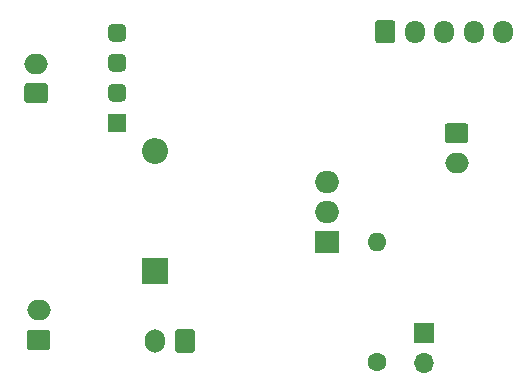
<source format=gbr>
%TF.GenerationSoftware,KiCad,Pcbnew,(5.1.8-0-10_14)*%
%TF.CreationDate,2022-01-02T22:10:03-05:00*%
%TF.ProjectId,Exposure-control,4578706f-7375-4726-952d-636f6e74726f,rev?*%
%TF.SameCoordinates,PX97fa40PY44b2ea0*%
%TF.FileFunction,Soldermask,Bot*%
%TF.FilePolarity,Negative*%
%FSLAX46Y46*%
G04 Gerber Fmt 4.6, Leading zero omitted, Abs format (unit mm)*
G04 Created by KiCad (PCBNEW (5.1.8-0-10_14)) date 2022-01-02 22:10:03*
%MOMM*%
%LPD*%
G01*
G04 APERTURE LIST*
%ADD10O,2.000000X1.905000*%
%ADD11R,2.000000X1.905000*%
%ADD12O,1.700000X1.700000*%
%ADD13R,1.700000X1.700000*%
%ADD14O,2.000000X1.700000*%
%ADD15O,1.700000X2.000000*%
%ADD16O,1.700000X1.950000*%
%ADD17R,1.524000X1.524000*%
%ADD18O,2.200000X2.200000*%
%ADD19R,2.200000X2.200000*%
%ADD20C,1.600000*%
%ADD21O,1.600000X1.600000*%
G04 APERTURE END LIST*
D10*
%TO.C,Q1*%
X30550000Y17680000D03*
X30550000Y15140000D03*
D11*
X30550000Y12600000D03*
%TD*%
D12*
%TO.C,J1*%
X38750000Y2360000D03*
D13*
X38750000Y4900000D03*
%TD*%
D14*
%TO.C,J5*%
X41500000Y19300000D03*
G36*
G01*
X40750000Y22650000D02*
X42250000Y22650000D01*
G75*
G02*
X42500000Y22400000I0J-250000D01*
G01*
X42500000Y21200000D01*
G75*
G02*
X42250000Y20950000I-250000J0D01*
G01*
X40750000Y20950000D01*
G75*
G02*
X40500000Y21200000I0J250000D01*
G01*
X40500000Y22400000D01*
G75*
G02*
X40750000Y22650000I250000J0D01*
G01*
G37*
%TD*%
D15*
%TO.C,J4*%
X16000000Y4200000D03*
G36*
G01*
X19350000Y4950000D02*
X19350000Y3450000D01*
G75*
G02*
X19100000Y3200000I-250000J0D01*
G01*
X17900000Y3200000D01*
G75*
G02*
X17650000Y3450000I0J250000D01*
G01*
X17650000Y4950000D01*
G75*
G02*
X17900000Y5200000I250000J0D01*
G01*
X19100000Y5200000D01*
G75*
G02*
X19350000Y4950000I0J-250000D01*
G01*
G37*
%TD*%
D14*
%TO.C,J3*%
X6100000Y6800000D03*
G36*
G01*
X6850000Y3450000D02*
X5350000Y3450000D01*
G75*
G02*
X5100000Y3700000I0J250000D01*
G01*
X5100000Y4900000D01*
G75*
G02*
X5350000Y5150000I250000J0D01*
G01*
X6850000Y5150000D01*
G75*
G02*
X7100000Y4900000I0J-250000D01*
G01*
X7100000Y3700000D01*
G75*
G02*
X6850000Y3450000I-250000J0D01*
G01*
G37*
%TD*%
%TO.C,J2*%
G36*
G01*
X6650000Y24350000D02*
X5150000Y24350000D01*
G75*
G02*
X4900000Y24600000I0J250000D01*
G01*
X4900000Y25800000D01*
G75*
G02*
X5150000Y26050000I250000J0D01*
G01*
X6650000Y26050000D01*
G75*
G02*
X6900000Y25800000I0J-250000D01*
G01*
X6900000Y24600000D01*
G75*
G02*
X6650000Y24350000I-250000J0D01*
G01*
G37*
X5900000Y27700000D03*
%TD*%
D16*
%TO.C,J7*%
X45450000Y30400000D03*
X42950000Y30400000D03*
X40450000Y30400000D03*
X37950000Y30400000D03*
G36*
G01*
X34600000Y29675000D02*
X34600000Y31125000D01*
G75*
G02*
X34850000Y31375000I250000J0D01*
G01*
X36050000Y31375000D01*
G75*
G02*
X36300000Y31125000I0J-250000D01*
G01*
X36300000Y29675000D01*
G75*
G02*
X36050000Y29425000I-250000J0D01*
G01*
X34850000Y29425000D01*
G75*
G02*
X34600000Y29675000I0J250000D01*
G01*
G37*
%TD*%
%TO.C,U1*%
G36*
G01*
X13131000Y29548000D02*
X12369000Y29548000D01*
G75*
G02*
X11988000Y29929000I0J381000D01*
G01*
X11988000Y30691000D01*
G75*
G02*
X12369000Y31072000I381000J0D01*
G01*
X13131000Y31072000D01*
G75*
G02*
X13512000Y30691000I0J-381000D01*
G01*
X13512000Y29929000D01*
G75*
G02*
X13131000Y29548000I-381000J0D01*
G01*
G37*
G36*
G01*
X13131000Y27008000D02*
X12369000Y27008000D01*
G75*
G02*
X11988000Y27389000I0J381000D01*
G01*
X11988000Y28151000D01*
G75*
G02*
X12369000Y28532000I381000J0D01*
G01*
X13131000Y28532000D01*
G75*
G02*
X13512000Y28151000I0J-381000D01*
G01*
X13512000Y27389000D01*
G75*
G02*
X13131000Y27008000I-381000J0D01*
G01*
G37*
G36*
G01*
X13131000Y24468000D02*
X12369000Y24468000D01*
G75*
G02*
X11988000Y24849000I0J381000D01*
G01*
X11988000Y25611000D01*
G75*
G02*
X12369000Y25992000I381000J0D01*
G01*
X13131000Y25992000D01*
G75*
G02*
X13512000Y25611000I0J-381000D01*
G01*
X13512000Y24849000D01*
G75*
G02*
X13131000Y24468000I-381000J0D01*
G01*
G37*
D17*
X12750000Y22690000D03*
%TD*%
D18*
%TO.C,D1*%
X16000000Y20260000D03*
D19*
X16000000Y10100000D03*
%TD*%
D20*
%TO.C,R3*%
X34800000Y2400000D03*
D21*
X34800000Y12560000D03*
%TD*%
M02*

</source>
